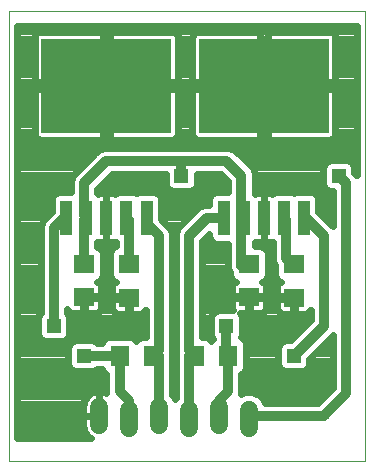
<source format=gtl>
G75*
%MOIN*%
%OFA0B0*%
%FSLAX24Y24*%
%IPPOS*%
%LPD*%
%AMOC8*
5,1,8,0,0,1.08239X$1,22.5*
%
%ADD10C,0.0000*%
%ADD11R,0.0394X0.1181*%
%ADD12R,0.4331X0.3150*%
%ADD13R,0.0710X0.0630*%
%ADD14R,0.0630X0.0710*%
%ADD15R,0.0709X0.0630*%
%ADD16C,0.0600*%
%ADD17C,0.0320*%
%ADD18R,0.0472X0.0472*%
%ADD19C,0.0240*%
D10*
X000220Y000100D02*
X000220Y015096D01*
X012090Y015096D01*
X012090Y000100D01*
X000220Y000100D01*
D11*
X002131Y008200D03*
X002801Y008200D03*
X003470Y008200D03*
X004139Y008200D03*
X004809Y008200D03*
X007381Y008200D03*
X008051Y008200D03*
X008720Y008200D03*
X009389Y008200D03*
X010059Y008200D03*
D12*
X008720Y012600D03*
X003470Y012600D03*
D13*
X004220Y006660D03*
X004220Y005540D03*
X009720Y005540D03*
X009720Y006660D03*
D14*
X007530Y003600D03*
X006410Y003600D03*
X005030Y003600D03*
X003910Y003600D03*
D15*
X002720Y005549D03*
X002720Y006651D03*
X008220Y006651D03*
X008220Y005549D03*
D16*
X007220Y001900D02*
X007220Y001300D01*
X006220Y001200D02*
X006220Y001800D01*
X005220Y001900D02*
X005220Y001300D01*
X004220Y001200D02*
X004220Y001800D01*
X003220Y001900D02*
X003220Y001300D01*
X008220Y001200D02*
X008220Y001800D01*
D17*
X008320Y001600D02*
X010720Y001600D01*
X011470Y002350D01*
X011470Y009350D01*
X011220Y009600D01*
X010120Y008200D02*
X010059Y008200D01*
X010120Y008200D02*
X010720Y007600D01*
X010720Y004600D01*
X009720Y003600D01*
X008320Y001600D02*
X008220Y001500D01*
X007530Y002410D02*
X007530Y003600D01*
X007470Y003660D01*
X007470Y004600D01*
X006410Y003600D02*
X006220Y003790D01*
X006220Y007600D01*
X006820Y008200D01*
X007381Y008200D01*
X007970Y008120D02*
X007970Y009600D01*
X007470Y010100D01*
X005970Y010100D01*
X005970Y009600D01*
X005970Y010100D02*
X003470Y010100D01*
X002720Y009350D01*
X002720Y008281D01*
X002801Y008200D01*
X002720Y008120D01*
X002720Y006651D01*
X001720Y007850D02*
X002070Y008200D01*
X002131Y008200D01*
X001720Y007850D02*
X001720Y004600D01*
X002720Y003600D02*
X003910Y003600D01*
X003910Y002410D01*
X004220Y002100D01*
X004220Y001500D01*
X005220Y001600D02*
X005220Y003600D01*
X005220Y003790D02*
X005220Y007600D01*
X004809Y008011D01*
X004809Y008200D01*
X004220Y008120D02*
X004139Y008200D01*
X004220Y008120D02*
X004220Y006660D01*
X005220Y003790D02*
X005030Y003600D01*
X006220Y003600D02*
X006410Y003600D01*
X006220Y003600D02*
X006220Y001500D01*
X007220Y001600D02*
X007220Y002100D01*
X007530Y002410D01*
X007970Y006600D02*
X008021Y006651D01*
X008220Y006651D01*
X007970Y006600D02*
X007970Y008120D01*
X008051Y008200D01*
X009389Y008200D02*
X009470Y008120D01*
X009470Y006850D01*
X009660Y006660D01*
X009720Y006660D01*
D18*
X007470Y004600D03*
X009720Y003600D03*
X011220Y009600D03*
X005970Y009600D03*
X001720Y004600D03*
X002720Y003600D03*
D19*
X002428Y004116D02*
X002325Y004074D01*
X002246Y003995D01*
X002204Y003892D01*
X002204Y003308D01*
X002246Y003205D01*
X002325Y003126D01*
X002428Y003084D01*
X003012Y003084D01*
X003115Y003126D01*
X003148Y003160D01*
X003327Y003160D01*
X003358Y003086D01*
X003437Y003008D01*
X003470Y002994D01*
X003470Y002356D01*
X003420Y002382D01*
X003342Y002407D01*
X003261Y002420D01*
X003220Y002420D01*
X003220Y001600D01*
X003220Y001600D01*
X003220Y001600D01*
X002700Y001600D01*
X002700Y001941D01*
X002713Y002022D01*
X002738Y002100D01*
X002775Y002173D01*
X002823Y002239D01*
X002881Y002297D01*
X002947Y002345D01*
X003020Y002382D01*
X003098Y002407D01*
X003179Y002420D01*
X003220Y002420D01*
X003220Y001600D01*
X002700Y001600D01*
X002700Y001259D01*
X002713Y001178D01*
X002738Y001100D01*
X002775Y001027D01*
X002823Y000961D01*
X002881Y000903D01*
X002947Y000855D01*
X002958Y000850D01*
X000500Y000850D01*
X000500Y014600D01*
X011810Y014600D01*
X011810Y009632D01*
X011736Y009706D01*
X011736Y009892D01*
X011694Y009995D01*
X011615Y010074D01*
X011512Y010116D01*
X010928Y010116D01*
X010825Y010074D01*
X010746Y009995D01*
X010704Y009892D01*
X010704Y009308D01*
X010746Y009205D01*
X010825Y009126D01*
X010928Y009084D01*
X011030Y009084D01*
X011030Y007912D01*
X010535Y008407D01*
X010535Y008847D01*
X010493Y008950D01*
X010414Y009028D01*
X010311Y009071D01*
X009806Y009071D01*
X009724Y009037D01*
X009642Y009071D01*
X009137Y009071D01*
X009034Y009028D01*
X009002Y008996D01*
X008946Y009011D01*
X008720Y009011D01*
X008494Y009011D01*
X008438Y008996D01*
X008410Y009024D01*
X008410Y009688D01*
X008343Y009849D01*
X007843Y010349D01*
X007719Y010473D01*
X007558Y010540D01*
X003382Y010540D01*
X003221Y010473D01*
X003097Y010349D01*
X002347Y009599D01*
X002280Y009438D01*
X002280Y009071D01*
X001879Y009071D01*
X001776Y009028D01*
X001697Y008950D01*
X001655Y008847D01*
X001655Y008407D01*
X001347Y008099D01*
X001280Y007938D01*
X001280Y005028D01*
X001246Y004995D01*
X001204Y004892D01*
X001204Y004308D01*
X001246Y004205D01*
X001325Y004126D01*
X001428Y004084D01*
X002012Y004084D01*
X002115Y004126D01*
X002194Y004205D01*
X002236Y004308D01*
X002236Y004892D01*
X002194Y004995D01*
X002160Y005028D01*
X002160Y005151D01*
X002161Y005149D01*
X002190Y005099D01*
X002231Y005058D01*
X002281Y005029D01*
X002337Y005014D01*
X002683Y005014D01*
X002683Y005511D01*
X002757Y005511D01*
X002757Y005014D01*
X003103Y005014D01*
X003159Y005029D01*
X003209Y005058D01*
X003250Y005099D01*
X003279Y005149D01*
X003294Y005205D01*
X003294Y005511D01*
X002757Y005511D01*
X002757Y005586D01*
X003294Y005586D01*
X003294Y005893D01*
X003279Y005949D01*
X003250Y005999D01*
X003209Y006040D01*
X003160Y006069D01*
X003233Y006099D01*
X003312Y006178D01*
X003354Y006281D01*
X003354Y007022D01*
X003312Y007125D01*
X003233Y007204D01*
X003160Y007234D01*
X003160Y007376D01*
X003188Y007405D01*
X003244Y007390D01*
X003470Y007390D01*
X003696Y007390D01*
X003752Y007405D01*
X003780Y007376D01*
X003780Y007243D01*
X003706Y007212D01*
X003628Y007133D01*
X003585Y007030D01*
X003585Y006289D01*
X003628Y006186D01*
X003706Y006108D01*
X003805Y006067D01*
X003780Y006060D01*
X003730Y006031D01*
X003689Y005990D01*
X003660Y005940D01*
X003645Y005884D01*
X003645Y005578D01*
X004183Y005578D01*
X004183Y005503D01*
X004257Y005503D01*
X004257Y005005D01*
X004604Y005005D01*
X004660Y005020D01*
X004710Y005049D01*
X004751Y005090D01*
X004780Y005140D01*
X004780Y005141D01*
X004780Y004235D01*
X004659Y004235D01*
X004556Y004192D01*
X004478Y004114D01*
X004470Y004095D01*
X004462Y004114D01*
X004384Y004192D01*
X004281Y004235D01*
X003540Y004235D01*
X003437Y004192D01*
X003358Y004114D01*
X003327Y004040D01*
X003148Y004040D01*
X003115Y004074D01*
X003012Y004116D01*
X002428Y004116D01*
X002236Y004393D02*
X004780Y004393D01*
X004780Y004632D02*
X002236Y004632D01*
X002236Y004870D02*
X004780Y004870D01*
X004762Y005109D02*
X004780Y005109D01*
X004257Y005109D02*
X004183Y005109D01*
X004183Y005005D02*
X004183Y005503D01*
X003645Y005503D01*
X003645Y005196D01*
X003660Y005140D01*
X003689Y005090D01*
X003730Y005049D01*
X003780Y005020D01*
X003836Y005005D01*
X004183Y005005D01*
X004183Y005347D02*
X004257Y005347D01*
X003678Y005109D02*
X003256Y005109D01*
X003294Y005347D02*
X003645Y005347D01*
X003645Y005586D02*
X002757Y005586D01*
X002757Y005347D02*
X002683Y005347D01*
X002683Y005109D02*
X002757Y005109D01*
X002184Y005109D02*
X002160Y005109D01*
X002143Y004155D02*
X003399Y004155D01*
X003470Y002962D02*
X000500Y002962D01*
X000500Y002724D02*
X003470Y002724D01*
X003470Y002485D02*
X000500Y002485D01*
X000500Y002247D02*
X002831Y002247D01*
X002711Y002008D02*
X000500Y002008D01*
X000500Y001770D02*
X002700Y001770D01*
X002700Y001531D02*
X000500Y001531D01*
X000500Y001293D02*
X002700Y001293D01*
X002762Y001054D02*
X000500Y001054D01*
X000500Y003201D02*
X002251Y003201D01*
X002204Y003439D02*
X000500Y003439D01*
X000500Y003678D02*
X002204Y003678D01*
X002214Y003916D02*
X000500Y003916D01*
X000500Y004155D02*
X001297Y004155D01*
X001204Y004393D02*
X000500Y004393D01*
X000500Y004632D02*
X001204Y004632D01*
X001204Y004870D02*
X000500Y004870D01*
X000500Y005109D02*
X001280Y005109D01*
X001280Y005347D02*
X000500Y005347D01*
X000500Y005586D02*
X001280Y005586D01*
X001280Y005824D02*
X000500Y005824D01*
X000500Y006063D02*
X001280Y006063D01*
X001280Y006301D02*
X000500Y006301D01*
X000500Y006540D02*
X001280Y006540D01*
X001280Y006778D02*
X000500Y006778D01*
X000500Y007017D02*
X001280Y007017D01*
X001280Y007255D02*
X000500Y007255D01*
X000500Y007494D02*
X001280Y007494D01*
X001280Y007732D02*
X000500Y007732D01*
X000500Y007971D02*
X001294Y007971D01*
X001457Y008209D02*
X000500Y008209D01*
X000500Y008448D02*
X001655Y008448D01*
X001655Y008686D02*
X000500Y008686D01*
X000500Y008925D02*
X001687Y008925D01*
X002280Y009163D02*
X000500Y009163D01*
X000500Y009402D02*
X002280Y009402D01*
X002388Y009640D02*
X000500Y009640D01*
X000500Y009879D02*
X002626Y009879D01*
X002865Y010117D02*
X000500Y010117D01*
X000500Y010356D02*
X003103Y010356D01*
X003097Y010349D02*
X003097Y010349D01*
X003350Y010805D02*
X003350Y012480D01*
X003590Y012480D01*
X003590Y012720D01*
X005855Y012720D01*
X005855Y014204D01*
X005840Y014260D01*
X005811Y014310D01*
X005770Y014351D01*
X005720Y014380D01*
X005664Y014395D01*
X003590Y014395D01*
X003590Y012720D01*
X003350Y012720D01*
X003350Y014395D01*
X001276Y014395D01*
X001220Y014380D01*
X001170Y014351D01*
X001129Y014310D01*
X001100Y014260D01*
X001085Y014204D01*
X001085Y012720D01*
X003350Y012720D01*
X003350Y012480D01*
X001085Y012480D01*
X001085Y010996D01*
X001100Y010940D01*
X001129Y010890D01*
X001170Y010849D01*
X001220Y010820D01*
X001276Y010805D01*
X003350Y010805D01*
X003350Y010833D02*
X003590Y010833D01*
X003590Y010805D02*
X005664Y010805D01*
X005720Y010820D01*
X005770Y010849D01*
X005811Y010890D01*
X005840Y010940D01*
X005855Y010996D01*
X005855Y012480D01*
X003590Y012480D01*
X003590Y010805D01*
X003590Y011071D02*
X003350Y011071D01*
X003350Y011310D02*
X003590Y011310D01*
X003590Y011548D02*
X003350Y011548D01*
X003350Y011787D02*
X003590Y011787D01*
X003590Y012025D02*
X003350Y012025D01*
X003350Y012264D02*
X003590Y012264D01*
X003590Y012502D02*
X008600Y012502D01*
X008600Y012480D02*
X006335Y012480D01*
X006335Y010996D01*
X006350Y010940D01*
X006379Y010890D01*
X006420Y010849D01*
X006470Y010820D01*
X006526Y010805D01*
X008600Y010805D01*
X008600Y012480D01*
X008840Y012480D01*
X008840Y012720D01*
X011105Y012720D01*
X011105Y014204D01*
X011090Y014260D01*
X011061Y014310D01*
X011020Y014351D01*
X010970Y014380D01*
X010914Y014395D01*
X008840Y014395D01*
X008840Y012720D01*
X008600Y012720D01*
X008600Y014395D01*
X006526Y014395D01*
X006470Y014380D01*
X006420Y014351D01*
X006379Y014310D01*
X006350Y014260D01*
X006335Y014204D01*
X006335Y012720D01*
X008600Y012720D01*
X008600Y012480D01*
X008600Y012741D02*
X008840Y012741D01*
X008840Y012502D02*
X011810Y012502D01*
X011810Y012741D02*
X011105Y012741D01*
X011105Y012480D02*
X008840Y012480D01*
X008840Y010805D01*
X010914Y010805D01*
X010970Y010820D01*
X011020Y010849D01*
X011061Y010890D01*
X011090Y010940D01*
X011105Y010996D01*
X011105Y012480D01*
X011105Y012264D02*
X011810Y012264D01*
X011810Y012025D02*
X011105Y012025D01*
X011105Y011787D02*
X011810Y011787D01*
X011810Y011548D02*
X011105Y011548D01*
X011105Y011310D02*
X011810Y011310D01*
X011810Y011071D02*
X011105Y011071D01*
X010992Y010833D02*
X011810Y010833D01*
X011810Y010594D02*
X000500Y010594D01*
X000500Y010833D02*
X001198Y010833D01*
X001085Y011071D02*
X000500Y011071D01*
X000500Y011310D02*
X001085Y011310D01*
X001085Y011548D02*
X000500Y011548D01*
X000500Y011787D02*
X001085Y011787D01*
X001085Y012025D02*
X000500Y012025D01*
X000500Y012264D02*
X001085Y012264D01*
X001085Y012741D02*
X000500Y012741D01*
X000500Y012502D02*
X003350Y012502D01*
X003350Y012741D02*
X003590Y012741D01*
X003590Y012979D02*
X003350Y012979D01*
X003350Y013218D02*
X003590Y013218D01*
X003590Y013456D02*
X003350Y013456D01*
X003350Y013695D02*
X003590Y013695D01*
X003590Y013933D02*
X003350Y013933D01*
X003350Y014172D02*
X003590Y014172D01*
X005855Y014172D02*
X006335Y014172D01*
X006335Y013933D02*
X005855Y013933D01*
X005855Y013695D02*
X006335Y013695D01*
X006335Y013456D02*
X005855Y013456D01*
X005855Y013218D02*
X006335Y013218D01*
X006335Y012979D02*
X005855Y012979D01*
X005855Y012741D02*
X006335Y012741D01*
X006335Y012264D02*
X005855Y012264D01*
X005855Y012025D02*
X006335Y012025D01*
X006335Y011787D02*
X005855Y011787D01*
X005855Y011548D02*
X006335Y011548D01*
X006335Y011310D02*
X005855Y011310D01*
X005855Y011071D02*
X006335Y011071D01*
X006448Y010833D02*
X005742Y010833D01*
X005454Y009660D02*
X005454Y009308D01*
X005496Y009205D01*
X005575Y009126D01*
X005678Y009084D01*
X006262Y009084D01*
X006365Y009126D01*
X006444Y009205D01*
X006486Y009308D01*
X006486Y009660D01*
X007288Y009660D01*
X007530Y009418D01*
X007530Y009071D01*
X007129Y009071D01*
X007026Y009028D01*
X006947Y008950D01*
X006905Y008847D01*
X006905Y008640D01*
X006733Y008640D01*
X006571Y008573D01*
X006447Y008450D01*
X006447Y008450D01*
X005847Y007849D01*
X005780Y007688D01*
X005780Y003878D01*
X005780Y003703D01*
X005783Y003695D01*
X005780Y003688D01*
X005780Y002180D01*
X005746Y002146D01*
X005712Y002229D01*
X005660Y002280D01*
X005660Y003688D01*
X005657Y003695D01*
X005660Y003703D01*
X005660Y007688D01*
X005593Y007849D01*
X005469Y007973D01*
X005285Y008157D01*
X005285Y008847D01*
X005243Y008950D01*
X005164Y009028D01*
X005061Y009071D01*
X004556Y009071D01*
X004474Y009037D01*
X004392Y009071D01*
X003887Y009071D01*
X003784Y009028D01*
X003752Y008996D01*
X003696Y009011D01*
X003470Y009011D01*
X003244Y009011D01*
X003188Y008996D01*
X003160Y009024D01*
X003160Y009168D01*
X003652Y009660D01*
X005454Y009660D01*
X005454Y009640D02*
X003632Y009640D01*
X003394Y009402D02*
X005454Y009402D01*
X005539Y009163D02*
X003160Y009163D01*
X003470Y009011D02*
X003470Y008200D01*
X003470Y007390D01*
X003470Y008200D01*
X003470Y008200D01*
X003470Y008200D01*
X003470Y009011D01*
X003470Y008925D02*
X003470Y008925D01*
X003470Y008686D02*
X003470Y008686D01*
X003470Y008448D02*
X003470Y008448D01*
X003470Y008209D02*
X003470Y008209D01*
X003470Y007971D02*
X003470Y007971D01*
X003470Y007732D02*
X003470Y007732D01*
X003470Y007494D02*
X003470Y007494D01*
X003160Y007255D02*
X003780Y007255D01*
X003585Y007017D02*
X003354Y007017D01*
X003354Y006778D02*
X003585Y006778D01*
X003585Y006540D02*
X003354Y006540D01*
X003354Y006301D02*
X003585Y006301D01*
X003789Y006063D02*
X003170Y006063D01*
X003294Y005824D02*
X003645Y005824D01*
X004422Y004155D02*
X004518Y004155D01*
X005660Y004155D02*
X005780Y004155D01*
X005780Y004393D02*
X005660Y004393D01*
X005660Y004632D02*
X005780Y004632D01*
X005780Y004870D02*
X005660Y004870D01*
X005660Y005109D02*
X005780Y005109D01*
X005780Y005347D02*
X005660Y005347D01*
X005660Y005586D02*
X005780Y005586D01*
X005780Y005824D02*
X005660Y005824D01*
X005660Y006063D02*
X005780Y006063D01*
X005780Y006301D02*
X005660Y006301D01*
X005660Y006540D02*
X005780Y006540D01*
X005780Y006778D02*
X005660Y006778D01*
X005660Y007017D02*
X005780Y007017D01*
X005780Y007255D02*
X005660Y007255D01*
X005660Y007494D02*
X005780Y007494D01*
X005798Y007732D02*
X005642Y007732D01*
X005472Y007971D02*
X005968Y007971D01*
X006207Y008209D02*
X005285Y008209D01*
X005285Y008448D02*
X006445Y008448D01*
X006905Y008686D02*
X005285Y008686D01*
X005253Y008925D02*
X006937Y008925D01*
X006486Y009402D02*
X007530Y009402D01*
X007530Y009163D02*
X006401Y009163D01*
X006486Y009640D02*
X007308Y009640D01*
X007837Y010356D02*
X011810Y010356D01*
X011810Y010117D02*
X008075Y010117D01*
X008314Y009879D02*
X010704Y009879D01*
X010704Y009640D02*
X008410Y009640D01*
X008410Y009402D02*
X010704Y009402D01*
X010789Y009163D02*
X008410Y009163D01*
X008720Y009011D02*
X008720Y008200D01*
X008720Y007390D01*
X008946Y007390D01*
X009002Y007405D01*
X009030Y007376D01*
X009030Y006762D01*
X009085Y006630D01*
X009085Y006289D01*
X009128Y006186D01*
X009206Y006108D01*
X009305Y006067D01*
X009280Y006060D01*
X009230Y006031D01*
X009189Y005990D01*
X009160Y005940D01*
X009145Y005884D01*
X009145Y005578D01*
X009683Y005578D01*
X009683Y005503D01*
X009757Y005503D01*
X009757Y005005D01*
X010104Y005005D01*
X010160Y005020D01*
X010210Y005049D01*
X010251Y005090D01*
X010280Y005140D01*
X010280Y005141D01*
X010280Y004782D01*
X009614Y004116D01*
X009428Y004116D01*
X009325Y004074D01*
X009246Y003995D01*
X009204Y003892D01*
X009204Y003308D01*
X009246Y003205D01*
X009325Y003126D01*
X009428Y003084D01*
X010012Y003084D01*
X010115Y003126D01*
X010194Y003205D01*
X010236Y003308D01*
X010236Y003494D01*
X010969Y004227D01*
X011030Y004288D01*
X011030Y002532D01*
X010538Y002040D01*
X008748Y002040D01*
X008712Y002129D01*
X008549Y002292D01*
X008335Y002380D01*
X008105Y002380D01*
X007970Y002324D01*
X007970Y002994D01*
X008003Y003008D01*
X008082Y003086D01*
X008125Y003189D01*
X008125Y004011D01*
X008082Y004114D01*
X008003Y004192D01*
X007948Y004215D01*
X007986Y004308D01*
X007986Y004892D01*
X007944Y004995D01*
X007925Y005014D01*
X008183Y005014D01*
X008183Y005511D01*
X008257Y005511D01*
X008257Y005014D01*
X008603Y005014D01*
X008659Y005029D01*
X008709Y005058D01*
X008750Y005099D01*
X008779Y005149D01*
X008794Y005205D01*
X008794Y005511D01*
X008257Y005511D01*
X008257Y005586D01*
X008794Y005586D01*
X008794Y005893D01*
X008779Y005949D01*
X008750Y005999D01*
X008709Y006040D01*
X008660Y006069D01*
X008733Y006099D01*
X008812Y006178D01*
X008854Y006281D01*
X008854Y007022D01*
X008812Y007125D01*
X008733Y007204D01*
X008630Y007246D01*
X008410Y007246D01*
X008410Y007376D01*
X008438Y007405D01*
X008494Y007390D01*
X008720Y007390D01*
X008720Y008200D01*
X008720Y008200D01*
X008720Y008200D01*
X008720Y009011D01*
X008720Y008925D02*
X008720Y008925D01*
X008720Y008686D02*
X008720Y008686D01*
X008720Y008448D02*
X008720Y008448D01*
X008720Y008209D02*
X008720Y008209D01*
X008720Y007971D02*
X008720Y007971D01*
X008720Y007732D02*
X008720Y007732D01*
X008720Y007494D02*
X008720Y007494D01*
X008410Y007255D02*
X009030Y007255D01*
X009030Y007017D02*
X008854Y007017D01*
X008854Y006778D02*
X009030Y006778D01*
X009085Y006540D02*
X008854Y006540D01*
X008854Y006301D02*
X009085Y006301D01*
X009289Y006063D02*
X008670Y006063D01*
X008794Y005824D02*
X009145Y005824D01*
X009145Y005586D02*
X008257Y005586D01*
X008183Y005586D02*
X008183Y005511D01*
X007646Y005511D01*
X007646Y005205D01*
X007661Y005149D01*
X007680Y005116D01*
X007178Y005116D01*
X007075Y005074D01*
X006996Y004995D01*
X006954Y004892D01*
X006954Y004308D01*
X006996Y004205D01*
X007030Y004172D01*
X007030Y004166D01*
X006978Y004114D01*
X006970Y004095D01*
X006962Y004114D01*
X006884Y004192D01*
X006781Y004235D01*
X006660Y004235D01*
X006660Y007418D01*
X006905Y007662D01*
X006905Y007554D01*
X006947Y007451D01*
X007026Y007372D01*
X007129Y007330D01*
X007530Y007330D01*
X007530Y006512D01*
X007586Y006378D01*
X007586Y006281D01*
X007628Y006178D01*
X007707Y006099D01*
X007780Y006069D01*
X007731Y006040D01*
X007690Y005999D01*
X007661Y005949D01*
X007646Y005893D01*
X007646Y005586D01*
X008183Y005586D01*
X006660Y005586D01*
X006660Y005347D02*
X007646Y005347D01*
X007646Y005824D02*
X006660Y005824D01*
X006660Y006063D02*
X007770Y006063D01*
X007586Y006301D02*
X006660Y006301D01*
X006660Y006540D02*
X007530Y006540D01*
X007530Y006778D02*
X006660Y006778D01*
X006660Y007017D02*
X007530Y007017D01*
X007530Y007255D02*
X006660Y007255D01*
X006736Y007494D02*
X006930Y007494D01*
X005469Y007973D02*
X005469Y007973D01*
X006660Y005109D02*
X007159Y005109D01*
X006954Y004870D02*
X006660Y004870D01*
X006660Y004632D02*
X006954Y004632D01*
X006954Y004393D02*
X006660Y004393D01*
X006922Y004155D02*
X007018Y004155D01*
X007986Y004393D02*
X009891Y004393D01*
X010129Y004632D02*
X007986Y004632D01*
X007986Y004870D02*
X010280Y004870D01*
X010262Y005109D02*
X010280Y005109D01*
X009757Y005109D02*
X009683Y005109D01*
X009683Y005005D02*
X009683Y005503D01*
X009145Y005503D01*
X009145Y005196D01*
X009160Y005140D01*
X009189Y005090D01*
X009230Y005049D01*
X009280Y005020D01*
X009336Y005005D01*
X009683Y005005D01*
X009683Y005347D02*
X009757Y005347D01*
X009145Y005347D02*
X008794Y005347D01*
X008756Y005109D02*
X009178Y005109D01*
X009652Y004155D02*
X008041Y004155D01*
X008125Y003916D02*
X009214Y003916D01*
X009204Y003678D02*
X008125Y003678D01*
X008125Y003439D02*
X009204Y003439D01*
X009251Y003201D02*
X008125Y003201D01*
X007970Y002962D02*
X011030Y002962D01*
X011030Y002724D02*
X007970Y002724D01*
X007970Y002485D02*
X010983Y002485D01*
X010744Y002247D02*
X008594Y002247D01*
X010189Y003201D02*
X011030Y003201D01*
X011030Y003439D02*
X010236Y003439D01*
X010420Y003678D02*
X011030Y003678D01*
X011030Y003916D02*
X010658Y003916D01*
X010897Y004155D02*
X011030Y004155D01*
X008257Y005109D02*
X008183Y005109D01*
X008183Y005347D02*
X008257Y005347D01*
X005780Y003916D02*
X005660Y003916D01*
X005660Y003678D02*
X005780Y003678D01*
X005780Y003439D02*
X005660Y003439D01*
X005660Y003201D02*
X005780Y003201D01*
X005780Y002962D02*
X005660Y002962D01*
X005660Y002724D02*
X005780Y002724D01*
X005780Y002485D02*
X005660Y002485D01*
X005694Y002247D02*
X005780Y002247D01*
X003220Y002247D02*
X003220Y002247D01*
X003220Y002008D02*
X003220Y002008D01*
X003220Y001770D02*
X003220Y001770D01*
X010535Y008448D02*
X011030Y008448D01*
X011030Y008209D02*
X010733Y008209D01*
X010972Y007971D02*
X011030Y007971D01*
X011030Y008686D02*
X010535Y008686D01*
X010503Y008925D02*
X011030Y008925D01*
X011802Y009640D02*
X011810Y009640D01*
X011810Y009879D02*
X011736Y009879D01*
X011810Y012979D02*
X011105Y012979D01*
X011105Y013218D02*
X011810Y013218D01*
X011810Y013456D02*
X011105Y013456D01*
X011105Y013695D02*
X011810Y013695D01*
X011810Y013933D02*
X011105Y013933D01*
X011105Y014172D02*
X011810Y014172D01*
X011810Y014410D02*
X000500Y014410D01*
X000500Y014172D02*
X001085Y014172D01*
X001085Y013933D02*
X000500Y013933D01*
X000500Y013695D02*
X001085Y013695D01*
X001085Y013456D02*
X000500Y013456D01*
X000500Y013218D02*
X001085Y013218D01*
X001085Y012979D02*
X000500Y012979D01*
X008600Y012979D02*
X008840Y012979D01*
X008840Y013218D02*
X008600Y013218D01*
X008600Y013456D02*
X008840Y013456D01*
X008840Y013695D02*
X008600Y013695D01*
X008600Y013933D02*
X008840Y013933D01*
X008840Y014172D02*
X008600Y014172D01*
X008600Y012264D02*
X008840Y012264D01*
X008840Y012025D02*
X008600Y012025D01*
X008600Y011787D02*
X008840Y011787D01*
X008840Y011548D02*
X008600Y011548D01*
X008600Y011310D02*
X008840Y011310D01*
X008840Y011071D02*
X008600Y011071D01*
X008600Y010833D02*
X008840Y010833D01*
M02*

</source>
